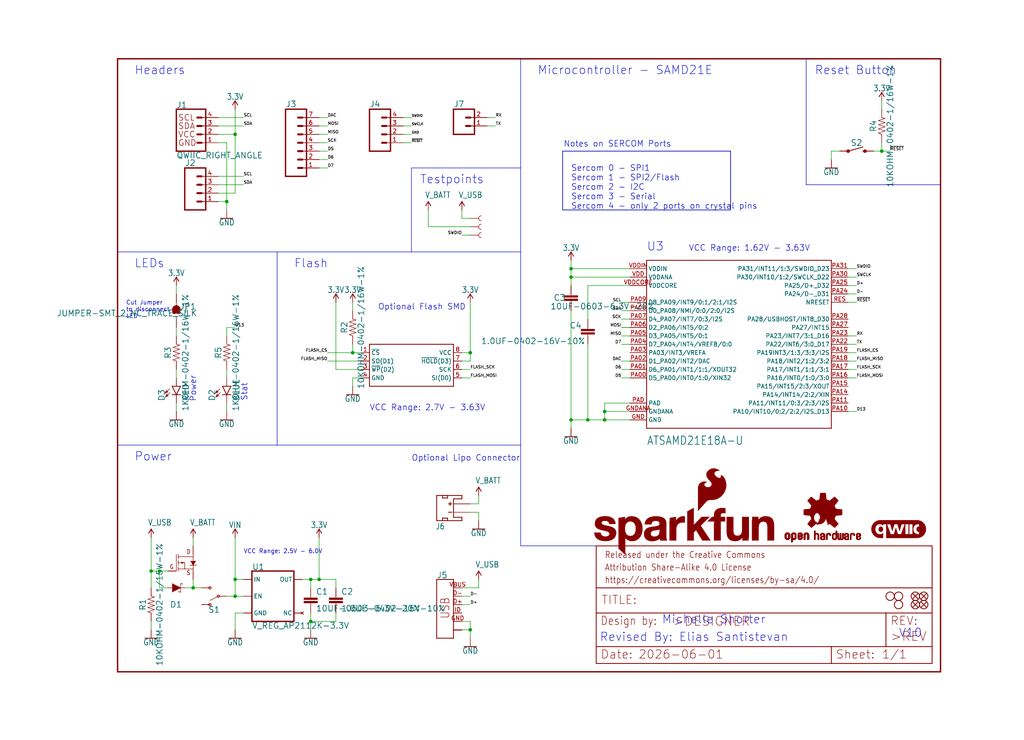
<source format=kicad_sch>
(kicad_sch (version 20230121) (generator eeschema)
  (paper "User" 309.728 223.926)
  (lib_symbols
    (symbol "working-eagle-import:1.0UF-0402-16V-10%"
      (property "Reference" "C" (at 1.524 2.921 0))
      (symbol "1.0UF-0402-16V-10%_1_0"
        (pin passive line (at 0 5.08 270) (length 2.54) (name "1") (number "1"))
        (pin passive line (at 0 -2.54 90) (length 2.54) (name "2") (number "2"))
      )
    )
    (symbol "working-eagle-import:10KOHM-0402-1/16W-1%"
      (property "Reference" "R" (at 0 1.524 0))
      (symbol "10KOHM-0402-1/16W-1%_1_0"
        (pin passive line (at -5.08 0 0) (length 2.54) (name "1") (number "1"))
        (pin passive line (at 5.08 0 180) (length 2.54) (name "2") (number "2"))
      )
    )
    (symbol "working-eagle-import:10UF-0603-6.3V-20%"
      (property "Reference" "C" (at 1.524 2.921 0))
      (symbol "10UF-0603-6.3V-20%_1_0"
        (pin passive line (at 0 5.08 270) (length 2.54) (name "1") (number "1"))
        (pin passive line (at 0 -2.54 90) (length 2.54) (name "2") (number "2"))
      )
    )
    (symbol "working-eagle-import:1KOHM-0402-1/16W-1%"
      (property "Reference" "R" (at 0 1.524 0))
      (symbol "1KOHM-0402-1/16W-1%_1_0"
        (pin passive line (at -5.08 0 0) (length 2.54) (name "1") (number "1"))
        (pin passive line (at 5.08 0 180) (length 2.54) (name "2") (number "2"))
      )
    )
    (symbol "working-eagle-import:3.3V" (power)
      (property "Value" "3.3V" (at 0 2.794 0))
      (symbol "3.3V_1_0"
        (pin power_in line (at 0 0 90) (length 2.54) (name "3.3V") (number "1"))
      )
    )
    (symbol "working-eagle-import:ATSAMD21E18A-U"
      (property "Reference" "U" (at -27.94 27.94 0))
      (symbol "ATSAMD21E18A-U_1_0"
        (pin power_in line (at -33.02 -22.86 0) (length 5.08) (name "GND") (number "GND"))
        (pin power_in line (at -33.02 -20.32 0) (length 5.08) (name "GNDANA") (number "GNDANA"))
        (pin bidirectional line (at -33.02 -10.16 0) (length 5.08) (name "D5_PA00/INT0/1:0/XIN32") (number "PA00"))
        (pin bidirectional line (at -33.02 -7.62 0) (length 5.08) (name "D6_PA01/INT1/1:1/XOUT32") (number "PA01"))
        (pin bidirectional line (at -33.02 -5.08 0) (length 5.08) (name "D1_PA02/INT2/DAC") (number "PA02"))
        (pin bidirectional line (at -33.02 -2.54 0) (length 5.08) (name "PA03/INT3/VREFA") (number "PA03"))
        (pin bidirectional line (at -33.02 0 0) (length 5.08) (name "D7_PA04/INT4/VREFB/0:0") (number "PA04"))
        (pin bidirectional line (at -33.02 2.54 0) (length 5.08) (name "D3_PA05/INT5/0:1") (number "PA05"))
        (pin bidirectional line (at -33.02 5.08 0) (length 5.08) (name "D2_PA06/INT5/0:2") (number "PA06"))
        (pin bidirectional line (at -33.02 7.62 0) (length 5.08) (name "D4_PA07/INT7/0:3/I2S") (number "PA07"))
        (pin bidirectional line (at -33.02 10.16 0) (length 5.08) (name "D0_PA08/NMI/0:0/2:0/I2S") (number "PA08"))
        (pin bidirectional line (at -33.02 12.7 0) (length 5.08) (name "D8_PA09/INT9/0:1/2:1/I2S") (number "PA09"))
        (pin bidirectional line (at 33.02 -20.32 180) (length 5.08) (name "PA10/INT10/0:2/2:2/I2S_D13") (number "PA10"))
        (pin bidirectional line (at 33.02 -17.78 180) (length 5.08) (name "PA11/INT11/0:3/2:3/I2S") (number "PA11"))
        (pin bidirectional line (at 33.02 -15.24 180) (length 5.08) (name "PA14/INT14/2:2/XIN") (number "PA14"))
        (pin bidirectional line (at 33.02 -12.7 180) (length 5.08) (name "PA15/INT15/2:3/XOUT") (number "PA15"))
        (pin bidirectional line (at 33.02 -10.16 180) (length 5.08) (name "PA16/INT0/1:0/3:0") (number "PA16"))
        (pin bidirectional line (at 33.02 -7.62 180) (length 5.08) (name "PA17/INT1/1:1/3:1") (number "PA17"))
        (pin bidirectional line (at 33.02 -5.08 180) (length 5.08) (name "PA18/INT2/1:2/3:2") (number "PA18"))
        (pin bidirectional line (at 33.02 -2.54 180) (length 5.08) (name "PA19INT3/1:3/3:3/I2S") (number "PA19"))
        (pin bidirectional line (at 33.02 0 180) (length 5.08) (name "PA22/INT6/3:0_D17") (number "PA22"))
        (pin bidirectional line (at 33.02 2.54 180) (length 5.08) (name "PA23/INT7/3:1_D16") (number "PA23"))
        (pin bidirectional line (at 33.02 15.24 180) (length 5.08) (name "PA24/D-_D31") (number "PA24"))
        (pin bidirectional line (at 33.02 17.78 180) (length 5.08) (name "PA25/D+_D32") (number "PA25"))
        (pin bidirectional line (at 33.02 5.08 180) (length 5.08) (name "PA27/INT15") (number "PA27"))
        (pin bidirectional line (at 33.02 7.62 180) (length 5.08) (name "PA28/USBHOST/INT8_D30") (number "PA28"))
        (pin bidirectional line (at 33.02 20.32 180) (length 5.08) (name "PA30/INT10/1:2/SWCLK_D22") (number "PA30"))
        (pin bidirectional line (at 33.02 22.86 180) (length 5.08) (name "PA31/INT11/1:3/SWDIO_D23") (number "PA31"))
        (pin power_in line (at -33.02 -17.78 0) (length 5.08) (name "PAD") (number "PAD"))
        (pin bidirectional line (at 33.02 12.7 180) (length 5.08) (name "NRESET") (number "RES"))
        (pin power_in line (at -33.02 20.32 0) (length 5.08) (name "VDDANA") (number "VDD"))
        (pin power_in line (at -33.02 17.78 0) (length 5.08) (name "VDDCORE") (number "VDDCORE"))
        (pin power_in line (at -33.02 22.86 0) (length 5.08) (name "VDDIN") (number "VDDIN"))
      )
    )
    (symbol "working-eagle-import:CONN_021X02_NO_SILK"
      (property "Reference" "J" (at -2.54 5.588 0))
      (symbol "CONN_021X02_NO_SILK_1_0"
        (pin passive line (at 7.62 0 180) (length 5.08) (name "1") (number "1"))
        (pin passive line (at 7.62 2.54 180) (length 5.08) (name "2") (number "2"))
      )
    )
    (symbol "working-eagle-import:CONN_041.27MM_NO_SILK"
      (property "Reference" "J" (at -5.08 8.128 0))
      (symbol "CONN_041.27MM_NO_SILK_1_0"
        (pin passive line (at 5.08 -2.54 180) (length 5.08) (name "1") (number "1"))
        (pin passive line (at 5.08 0 180) (length 5.08) (name "2") (number "2"))
        (pin passive line (at 5.08 2.54 180) (length 5.08) (name "3") (number "3"))
        (pin passive line (at 5.08 5.08 180) (length 5.08) (name "4") (number "4"))
      )
    )
    (symbol "working-eagle-import:CONN_041X04_NO_SILK"
      (property "Reference" "J" (at -5.08 8.128 0))
      (symbol "CONN_041X04_NO_SILK_1_0"
        (pin passive line (at 5.08 -2.54 180) (length 5.08) (name "1") (number "1"))
        (pin passive line (at 5.08 0 180) (length 5.08) (name "2") (number "2"))
        (pin passive line (at 5.08 2.54 180) (length 5.08) (name "3") (number "3"))
        (pin passive line (at 5.08 5.08 180) (length 5.08) (name "4") (number "4"))
      )
    )
    (symbol "working-eagle-import:CONN_07NO_SILK"
      (property "Reference" "J" (at -5.08 13.208 0))
      (symbol "CONN_07NO_SILK_1_0"
        (pin passive line (at 5.08 -5.08 180) (length 5.08) (name "1") (number "1"))
        (pin passive line (at 5.08 -2.54 180) (length 5.08) (name "2") (number "2"))
        (pin passive line (at 5.08 0 180) (length 5.08) (name "3") (number "3"))
        (pin passive line (at 5.08 2.54 180) (length 5.08) (name "4") (number "4"))
        (pin passive line (at 5.08 5.08 180) (length 5.08) (name "5") (number "5"))
        (pin passive line (at 5.08 7.62 180) (length 5.08) (name "6") (number "6"))
        (pin passive line (at 5.08 10.16 180) (length 5.08) (name "7") (number "7"))
      )
    )
    (symbol "working-eagle-import:DIODE-SCHOTTKY-BAT20J"
      (property "Reference" "D" (at -2.54 2.032 0))
      (symbol "DIODE-SCHOTTKY-BAT20J_1_0"
        (pin passive line (at -2.54 0 0) (length 0) (name "A") (number "A"))
        (pin passive line (at 2.54 0 180) (length 0) (name "C") (number "C"))
      )
    )
    (symbol "working-eagle-import:FIDUCIALUFIDUCIAL")
    (symbol "working-eagle-import:FRAME-LETTER"
      (symbol "FRAME-LETTER_2_0"
        (text "${#}/${##}" (at 86.36 1.27 0) (effects (font (size 2.54 2.54)) (justify left bottom)))
        (text "${CURRENT_DATE}" (at 12.7 1.27 0) (effects (font (size 2.54 2.54)) (justify left bottom)))
        (text "${PROJECTNAME}" (at 15.494 17.78 0) (effects (font (size 2.7432 2.7432)) (justify left bottom)))
        (text ">DESIGNER" (at 23.114 11.176 0) (effects (font (size 2.7432 2.7432)) (justify left bottom)))
        (text ">REV" (at 88.9 6.604 0) (effects (font (size 2.7432 2.7432)) (justify left bottom)))
        (text "Attribution Share-Alike 4.0 License" (at 2.54 27.94 0) (effects (font (size 1.9304 1.6408)) (justify left bottom)))
        (text "Date:" (at 1.27 1.27 0) (effects (font (size 2.54 2.54)) (justify left bottom)))
        (text "Design by:" (at 1.27 11.43 0) (effects (font (size 2.54 2.159)) (justify left bottom)))
        (text "https://creativecommons.org/licenses/by-sa/4.0/" (at 2.54 24.13 0) (effects (font (size 1.9304 1.6408)) (justify left bottom)))
        (text "Released under the Creative Commons" (at 2.54 31.75 0) (effects (font (size 1.9304 1.6408)) (justify left bottom)))
        (text "REV:" (at 88.9 11.43 0) (effects (font (size 2.54 2.54)) (justify left bottom)))
        (text "Sheet:" (at 72.39 1.27 0) (effects (font (size 2.54 2.54)) (justify left bottom)))
        (text "TITLE:" (at 1.524 17.78 0) (effects (font (size 2.54 2.54)) (justify left bottom)))
      )
    )
    (symbol "working-eagle-import:GND" (power)
      (property "Value" "GND" (at 0 -0.254 0))
      (symbol "GND_1_0"
        (pin power_in line (at 0 2.54 270) (length 2.54) (name "GND") (number "1"))
      )
    )
    (symbol "working-eagle-import:JST_2MM_MALE"
      (property "Reference" "J" (at -2.54 5.842 0))
      (symbol "JST_2MM_MALE_1_0"
        (pin bidirectional line (at 0 -5.08 90) (length 5.08) (name "-") (number "1"))
        (pin bidirectional line (at 2.54 -5.08 90) (length 5.08) (name "+") (number "2"))
        (pin bidirectional line (at -2.54 2.54 90) (length 0) (name "PAD1") (number "NC1"))
        (pin bidirectional line (at 5.08 2.54 90) (length 0) (name "PAD2") (number "NC2"))
      )
    )
    (symbol "working-eagle-import:JUMPER-SMT_2_NC_TRACE_SILK"
      (property "Reference" "JP" (at -2.54 2.54 0))
      (symbol "JUMPER-SMT_2_NC_TRACE_SILK_1_0"
        (pin passive line (at -5.08 0 0) (length 2.54) (name "1") (number "1"))
        (pin passive line (at 5.08 0 180) (length 2.54) (name "2") (number "2"))
      )
    )
    (symbol "working-eagle-import:LED-BLUE0603"
      (property "Reference" "D" (at -3.429 -4.572 90))
      (symbol "LED-BLUE0603_1_0"
        (pin passive line (at 0 2.54 270) (length 2.54) (name "A") (number "A"))
        (pin passive line (at 0 -5.08 90) (length 2.54) (name "C") (number "C"))
      )
    )
    (symbol "working-eagle-import:LED-RED0603"
      (property "Reference" "D" (at -3.429 -4.572 90))
      (symbol "LED-RED0603_1_0"
        (pin passive line (at 0 2.54 270) (length 2.54) (name "A") (number "A"))
        (pin passive line (at 0 -5.08 90) (length 2.54) (name "C") (number "C"))
      )
    )
    (symbol "working-eagle-import:MOMENTARY-SWITCH-SPST-SMD-4.6X2.8MM"
      (property "Reference" "S" (at 0 1.524 0))
      (symbol "MOMENTARY-SWITCH-SPST-SMD-4.6X2.8MM_1_0"
        (pin passive line (at -5.08 0 0) (length 2.54) (name "1") (number "1"))
        (pin passive line (at -5.08 0 0) (length 2.54) (name "1") (number "2"))
        (pin passive line (at 5.08 0 180) (length 2.54) (name "2") (number "3"))
        (pin passive line (at 5.08 0 180) (length 2.54) (name "2") (number "4"))
      )
    )
    (symbol "working-eagle-import:MOSFET_PCH-DMG2307L"
      (property "Reference" "Q" (at 5.08 0 0))
      (symbol "MOSFET_PCH-DMG2307L_1_0"
        (text "D" (at 0.508 2.54 0) (effects (font (size 1.27 1.0795)) (justify left bottom)))
        (text "G" (at -3.302 -0.508 0) (effects (font (size 1.27 1.0795)) (justify right top)))
        (text "S" (at 0.508 -3.81 0) (effects (font (size 1.27 1.0795)) (justify left bottom)))
        (pin bidirectional line (at -5.08 -2.54 0) (length 2.54) (name "G") (number "1"))
        (pin bidirectional line (at 2.54 -5.08 90) (length 2.54) (name "S") (number "2"))
        (pin bidirectional line (at 2.54 5.08 270) (length 2.54) (name "D") (number "3"))
      )
    )
    (symbol "working-eagle-import:OSHW-LOGOS")
    (symbol "working-eagle-import:QWIIC_CONNECTORJS-1MM"
      (property "Reference" "J" (at -5.08 7.874 0))
      (symbol "QWIIC_CONNECTORJS-1MM_1_0"
        (text "GND" (at -4.572 -2.54 0) (effects (font (size 1.778 1.778)) (justify left)))
        (text "SCL" (at -4.572 5.08 0) (effects (font (size 1.778 1.778)) (justify left)))
        (text "SDA" (at -4.572 2.54 0) (effects (font (size 1.778 1.778)) (justify left)))
        (text "VCC" (at -4.572 0 0) (effects (font (size 1.778 1.778)) (justify left)))
        (pin power_in line (at 7.62 -2.54 180) (length 5.08) (name "1") (number "1"))
        (pin power_in line (at 7.62 0 180) (length 5.08) (name "2") (number "2"))
        (pin passive line (at 7.62 2.54 180) (length 5.08) (name "3") (number "3"))
        (pin passive line (at 7.62 5.08 180) (length 5.08) (name "4") (number "4"))
      )
    )
    (symbol "working-eagle-import:QWIIC_LOGO_3MM")
    (symbol "working-eagle-import:SFE_LOGO_FLAME.2_INCH")
    (symbol "working-eagle-import:SFE_LOGO_NAME.1_INCH")
    (symbol "working-eagle-import:STAND-OFF")
    (symbol "working-eagle-import:SWITCH-SPDT-SMD-RIGHT-ANGLE"
      (property "Reference" "S" (at 1.27 3.048 0))
      (symbol "SWITCH-SPDT-SMD-RIGHT-ANGLE_1_0"
        (pin passive line (at 5.08 2.54 180) (length 2.54) (name "O") (number "1"))
        (pin passive line (at -2.54 0 0) (length 2.54) (name "P") (number "2"))
        (pin passive line (at 5.08 -2.54 180) (length 2.54) (name "S") (number "3"))
      )
    )
    (symbol "working-eagle-import:TEST-POINTTP_15TH_THRU"
      (symbol "TEST-POINTTP_15TH_THRU_1_0"
        (pin bidirectional line (at 0 0 180) (length 0) (name "1") (number "P$1"))
      )
    )
    (symbol "working-eagle-import:USB_MICRO-B_HALF_PTH_MILL"
      (property "Reference" "J" (at -2.54 10.414 0))
      (symbol "USB_MICRO-B_HALF_PTH_MILL_1_0"
        (text "USB" (at 0 1.524 900) (effects (font (size 2.54 2.159))))
        (pin bidirectional line (at 5.08 2.54 180) (length 2.54) (name "D+") (number "D+"))
        (pin bidirectional line (at 5.08 5.08 180) (length 2.54) (name "D-") (number "D-"))
        (pin power_in line (at 5.08 -2.54 180) (length 2.54) (name "GND") (number "GND"))
        (pin bidirectional line (at 5.08 0 180) (length 2.54) (name "ID") (number "ID"))
        (pin bidirectional line (at 5.08 -5.08 180) (length 2.54) (name "SHIELD") (number "SHIELD"))
        (pin bidirectional line (at 5.08 -5.08 180) (length 2.54) (name "SHIELD") (number "SHIELD10"))
        (pin bidirectional line (at 5.08 -5.08 180) (length 2.54) (name "SHIELD") (number "SHIELD2"))
        (pin bidirectional line (at 5.08 -5.08 180) (length 2.54) (name "SHIELD") (number "SHIELD3"))
        (pin bidirectional line (at 5.08 -5.08 180) (length 2.54) (name "SHIELD") (number "SHIELD4"))
        (pin bidirectional line (at 5.08 -5.08 180) (length 2.54) (name "SHIELD") (number "SHIELD5"))
        (pin bidirectional line (at 5.08 -5.08 180) (length 2.54) (name "SHIELD") (number "SHIELD6"))
        (pin bidirectional line (at 5.08 -5.08 180) (length 2.54) (name "SHIELD") (number "SHIELD7"))
        (pin bidirectional line (at 5.08 -5.08 180) (length 2.54) (name "SHIELD") (number "SHIELD8"))
        (pin bidirectional line (at 5.08 -5.08 180) (length 2.54) (name "SHIELD") (number "SHIELD9"))
        (pin power_in line (at 5.08 7.62 180) (length 2.54) (name "VBUS") (number "VBUS"))
      )
    )
    (symbol "working-eagle-import:VIN" (power)
      (property "Value" "VIN" (at 0 2.794 0))
      (symbol "VIN_1_0"
        (pin power_in line (at 0 0 90) (length 2.54) (name "VIN") (number "1"))
      )
    )
    (symbol "working-eagle-import:V_BATT" (power)
      (property "Value" "V_BATT" (at 0 2.794 0))
      (symbol "V_BATT_1_0"
        (pin power_in line (at 0 0 90) (length 2.54) (name "V_BATT") (number "1"))
      )
    )
    (symbol "working-eagle-import:V_REG_AP2112K-3.3V"
      (property "Reference" "U" (at -7.62 7.874 0))
      (symbol "V_REG_AP2112K-3.3V_1_0"
        (pin input line (at -10.16 5.08 0) (length 2.54) (name "IN") (number "1"))
        (pin input line (at -10.16 -5.08 0) (length 2.54) (name "GND") (number "2"))
        (pin input line (at -10.16 0 0) (length 2.54) (name "EN") (number "3"))
        (pin no_connect line (at 7.62 -5.08 180) (length 2.54) (name "NC") (number "4"))
        (pin passive line (at 7.62 5.08 180) (length 2.54) (name "OUT") (number "5"))
      )
    )
    (symbol "working-eagle-import:V_USB" (power)
      (property "Value" "V_USB" (at 0 2.794 0))
      (symbol "V_USB_1_0"
        (pin power_in line (at 0 0 90) (length 2.54) (name "V_USB") (number "1"))
      )
    )
    (symbol "working-eagle-import:W25Q32FVSS"
      (symbol "W25Q32FVSS_1_0"
        (pin bidirectional line (at -15.24 2.54 0) (length 2.54) (name "~{CS}") (number "1"))
        (pin bidirectional line (at -15.24 0 0) (length 2.54) (name "SO(D1)") (number "2"))
        (pin bidirectional line (at -15.24 -2.54 0) (length 2.54) (name "~{WP}(D2)") (number "3"))
        (pin bidirectional line (at -15.24 -5.08 0) (length 2.54) (name "GND") (number "4"))
        (pin bidirectional line (at 15.24 -5.08 180) (length 2.54) (name "SI(D0)") (number "5"))
        (pin bidirectional line (at 15.24 -2.54 180) (length 2.54) (name "SCK") (number "6"))
        (pin bidirectional line (at 15.24 0 180) (length 2.54) (name "~{HOLD}(D3)") (number "7"))
        (pin bidirectional line (at 15.24 2.54 180) (length 2.54) (name "VCC") (number "8"))
      )
    )
  )
  (junction (at 96.52 175.26))
  (junction (at 48.26 172.72))
  (junction (at 93.98 175.26))
  (junction (at 172.72 83.82))
  (junction (at 142.24 190.5))
  (junction (at 71.12 40.64))
  (junction (at 182.88 124.46))
  (junction (at 68.58 60.96))
  (junction (at 182.88 127))
  (junction (at 71.12 180.34))
  (junction (at 71.12 175.26))
  (junction (at 58.42 177.8))
  (junction (at 142.24 106.68))
  (junction (at 172.72 81.28))
  (junction (at 172.72 127))
  (junction (at 177.8 127))
  (junction (at 106.68 106.68))
  (junction (at 93.98 187.96))
  (junction (at 266.7 45.72))
  (junction (at 45.72 172.72))
  (wire (pts (xy 96.52 175.26) (xy 93.98 175.26)) (stroke (width 0.1524)))
  (wire (pts (xy 190.5 91.44) (xy 187.96 91.44)) (stroke (width 0.1524)))
  (wire (pts (xy 96.52 40.64) (xy 99.06 40.64)) (stroke (width 0.1524)))
  (wire (pts (xy 101.6 111.76) (xy 101.6 91.44)) (stroke (width 0.1524)))
  (wire (pts (xy 142.24 109.22) (xy 142.24 106.68)) (stroke (width 0.1524)))
  (wire (pts (xy 96.52 43.18) (xy 99.06 43.18)) (stroke (width 0.1524)))
  (wire (pts (xy 190.5 99.06) (xy 187.96 99.06)) (stroke (width 0.2032)))
  (wire (pts (xy 58.42 162.56) (xy 58.42 165.1)) (stroke (width 0.1524)))
  (wire (pts (xy 101.6 175.26) (xy 96.52 175.26)) (stroke (width 0.1524)))
  (wire (pts (xy 109.22 106.68) (xy 106.68 106.68)) (stroke (width 0.1524)))
  (wire (pts (xy 177.8 104.14) (xy 177.8 127)) (stroke (width 0.1524)))
  (wire (pts (xy 53.34 121.92) (xy 53.34 124.46)) (stroke (width 0.1524)))
  (wire (pts (xy 139.7 111.76) (xy 142.24 111.76)) (stroke (width 0.1524)))
  (wire (pts (xy 139.7 187.96) (xy 142.24 187.96)) (stroke (width 0.1524)))
  (wire (pts (xy 109.22 111.76) (xy 101.6 111.76)) (stroke (width 0.1524)))
  (wire (pts (xy 68.58 60.96) (xy 68.58 63.5)) (stroke (width 0.1524)))
  (wire (pts (xy 121.92 38.1) (xy 124.46 38.1)) (stroke (width 0.1524)))
  (wire (pts (xy 172.72 127) (xy 172.72 93.98)) (stroke (width 0.1524)))
  (polyline (pts (xy 220.98 45.72) (xy 220.98 63.5)) (stroke (width 0.2032) (type solid)))
  (polyline (pts (xy 220.98 63.5) (xy 170.18 63.5)) (stroke (width 0.2032) (type solid)))
  (wire (pts (xy 66.04 55.88) (xy 73.66 55.88)) (stroke (width 0.1524)))
  (wire (pts (xy 58.42 177.8) (xy 60.96 177.8)) (stroke (width 0.1524)))
  (wire (pts (xy 266.7 33.02) (xy 266.7 30.48)) (stroke (width 0.1524)))
  (wire (pts (xy 190.5 83.82) (xy 172.72 83.82)) (stroke (width 0.1524)))
  (wire (pts (xy 190.5 111.76) (xy 187.96 111.76)) (stroke (width 0.1524)))
  (wire (pts (xy 45.72 190.5) (xy 45.72 187.96)) (stroke (width 0.1524)))
  (wire (pts (xy 101.6 185.42) (xy 101.6 187.96)) (stroke (width 0.1524)))
  (wire (pts (xy 172.72 81.28) (xy 172.72 78.74)) (stroke (width 0.1524)))
  (wire (pts (xy 106.68 106.68) (xy 99.06 106.68)) (stroke (width 0.1524)))
  (polyline (pts (xy 170.18 45.72) (xy 220.98 45.72)) (stroke (width 0.2032) (type solid)))
  (wire (pts (xy 139.7 190.5) (xy 142.24 190.5)) (stroke (width 0.1524)))
  (wire (pts (xy 142.24 106.68) (xy 142.24 91.44)) (stroke (width 0.1524)))
  (wire (pts (xy 71.12 58.42) (xy 71.12 40.64)) (stroke (width 0.1524)))
  (polyline (pts (xy 157.48 76.2) (xy 157.48 50.8)) (stroke (width 0.1524) (type solid)))
  (wire (pts (xy 48.26 177.8) (xy 50.8 177.8)) (stroke (width 0.1524)))
  (wire (pts (xy 101.6 187.96) (xy 93.98 187.96)) (stroke (width 0.1524)))
  (wire (pts (xy 139.7 106.68) (xy 142.24 106.68)) (stroke (width 0.1524)))
  (wire (pts (xy 139.7 66.04) (xy 139.7 63.5)) (stroke (width 0.1524)))
  (wire (pts (xy 190.5 93.98) (xy 187.96 93.98)) (stroke (width 0.1524)))
  (wire (pts (xy 172.72 86.36) (xy 172.72 83.82)) (stroke (width 0.1524)))
  (wire (pts (xy 73.66 185.42) (xy 71.12 185.42)) (stroke (width 0.1524)))
  (wire (pts (xy 71.12 180.34) (xy 71.12 175.26)) (stroke (width 0.1524)))
  (polyline (pts (xy 83.82 76.2) (xy 83.82 134.62)) (stroke (width 0.1524) (type solid)))
  (wire (pts (xy 53.34 111.76) (xy 53.34 114.3)) (stroke (width 0.1524)))
  (wire (pts (xy 106.68 104.14) (xy 106.68 106.68)) (stroke (width 0.1524)))
  (wire (pts (xy 144.78 152.4) (xy 144.78 149.86)) (stroke (width 0.1524)))
  (wire (pts (xy 66.04 60.96) (xy 68.58 60.96)) (stroke (width 0.1524)))
  (wire (pts (xy 66.04 38.1) (xy 73.66 38.1)) (stroke (width 0.1524)))
  (wire (pts (xy 256.54 91.44) (xy 259.08 91.44)) (stroke (width 0.1524)))
  (wire (pts (xy 142.24 71.12) (xy 139.7 71.12)) (stroke (width 0.1524)))
  (wire (pts (xy 142.24 190.5) (xy 142.24 193.04)) (stroke (width 0.1524)))
  (wire (pts (xy 256.54 81.28) (xy 259.08 81.28)) (stroke (width 0.1524)))
  (wire (pts (xy 109.22 114.3) (xy 106.68 114.3)) (stroke (width 0.1524)))
  (polyline (pts (xy 124.46 76.2) (xy 124.46 50.8)) (stroke (width 0.1524) (type solid)))
  (wire (pts (xy 264.16 45.72) (xy 266.7 45.72)) (stroke (width 0.1524)))
  (wire (pts (xy 93.98 177.8) (xy 93.98 175.26)) (stroke (width 0.1524)))
  (wire (pts (xy 144.78 154.94) (xy 144.78 157.48)) (stroke (width 0.1524)))
  (wire (pts (xy 177.8 127) (xy 172.72 127)) (stroke (width 0.1524)))
  (wire (pts (xy 190.5 101.6) (xy 187.96 101.6)) (stroke (width 0.1524)))
  (wire (pts (xy 254 45.72) (xy 251.46 45.72)) (stroke (width 0.1524)))
  (wire (pts (xy 66.04 43.18) (xy 68.58 43.18)) (stroke (width 0.1524)))
  (wire (pts (xy 147.32 38.1) (xy 149.86 38.1)) (stroke (width 0.1524)))
  (wire (pts (xy 93.98 187.96) (xy 93.98 190.5)) (stroke (width 0.1524)))
  (wire (pts (xy 172.72 83.82) (xy 172.72 81.28)) (stroke (width 0.1524)))
  (wire (pts (xy 45.72 177.8) (xy 45.72 172.72)) (stroke (width 0.1524)))
  (wire (pts (xy 190.5 96.52) (xy 187.96 96.52)) (stroke (width 0.1524)))
  (wire (pts (xy 71.12 175.26) (xy 71.12 162.56)) (stroke (width 0.1524)))
  (wire (pts (xy 73.66 175.26) (xy 71.12 175.26)) (stroke (width 0.1524)))
  (wire (pts (xy 96.52 175.26) (xy 96.52 162.56)) (stroke (width 0.1524)))
  (wire (pts (xy 53.34 86.36) (xy 53.34 88.9)) (stroke (width 0.1524)))
  (wire (pts (xy 142.24 68.58) (xy 129.54 68.58)) (stroke (width 0.1524)))
  (wire (pts (xy 71.12 185.42) (xy 71.12 190.5)) (stroke (width 0.1524)))
  (wire (pts (xy 256.54 109.22) (xy 259.08 109.22)) (stroke (width 0.1524)))
  (wire (pts (xy 139.7 114.3) (xy 142.24 114.3)) (stroke (width 0.1524)))
  (wire (pts (xy 68.58 114.3) (xy 68.58 111.76)) (stroke (width 0.1524)))
  (wire (pts (xy 256.54 101.6) (xy 259.08 101.6)) (stroke (width 0.1524)))
  (wire (pts (xy 66.04 53.34) (xy 73.66 53.34)) (stroke (width 0.1524)))
  (wire (pts (xy 256.54 86.36) (xy 259.08 86.36)) (stroke (width 0.1524)))
  (wire (pts (xy 121.92 43.18) (xy 124.46 43.18)) (stroke (width 0.1524)))
  (wire (pts (xy 45.72 162.56) (xy 45.72 172.72)) (stroke (width 0.1524)))
  (wire (pts (xy 142.24 152.4) (xy 144.78 152.4)) (stroke (width 0.1524)))
  (wire (pts (xy 71.12 40.64) (xy 71.12 33.02)) (stroke (width 0.1524)))
  (polyline (pts (xy 243.84 17.78) (xy 243.84 55.88)) (stroke (width 0.1524) (type solid)))
  (wire (pts (xy 68.58 43.18) (xy 68.58 60.96)) (stroke (width 0.1524)))
  (wire (pts (xy 139.7 182.88) (xy 142.24 182.88)) (stroke (width 0.1524)))
  (polyline (pts (xy 124.46 50.8) (xy 157.48 50.8)) (stroke (width 0.1524) (type solid)))
  (wire (pts (xy 142.24 187.96) (xy 142.24 190.5)) (stroke (width 0.1524)))
  (wire (pts (xy 142.24 154.94) (xy 144.78 154.94)) (stroke (width 0.1524)))
  (wire (pts (xy 96.52 50.8) (xy 99.06 50.8)) (stroke (width 0.1524)))
  (wire (pts (xy 93.98 185.42) (xy 93.98 187.96)) (stroke (width 0.1524)))
  (wire (pts (xy 139.7 180.34) (xy 142.24 180.34)) (stroke (width 0.1524)))
  (polyline (pts (xy 35.56 134.62) (xy 83.82 134.62)) (stroke (width 0.1524) (type solid)))
  (wire (pts (xy 109.22 109.22) (xy 99.06 109.22)) (stroke (width 0.1524)))
  (polyline (pts (xy 180.34 165.1) (xy 157.48 165.1)) (stroke (width 0.1524) (type solid)))
  (wire (pts (xy 190.5 109.22) (xy 187.96 109.22)) (stroke (width 0.1524)))
  (polyline (pts (xy 157.48 165.1) (xy 157.48 134.62)) (stroke (width 0.1524) (type solid)))
  (wire (pts (xy 147.32 35.56) (xy 149.86 35.56)) (stroke (width 0.1524)))
  (polyline (pts (xy 157.48 50.8) (xy 157.48 17.78)) (stroke (width 0.1524) (type solid)))
  (wire (pts (xy 139.7 109.22) (xy 142.24 109.22)) (stroke (width 0.1524)))
  (wire (pts (xy 68.58 99.06) (xy 71.12 99.06)) (stroke (width 0.1524)))
  (wire (pts (xy 266.7 43.18) (xy 266.7 45.72)) (stroke (width 0.1524)))
  (wire (pts (xy 190.5 127) (xy 182.88 127)) (stroke (width 0.1524)))
  (wire (pts (xy 172.72 129.54) (xy 172.72 127)) (stroke (width 0.1524)))
  (wire (pts (xy 106.68 114.3) (xy 106.68 116.84)) (stroke (width 0.1524)))
  (wire (pts (xy 121.92 40.64) (xy 124.46 40.64)) (stroke (width 0.1524)))
  (wire (pts (xy 129.54 68.58) (xy 129.54 63.5)) (stroke (width 0.1524)))
  (wire (pts (xy 256.54 104.14) (xy 259.08 104.14)) (stroke (width 0.1524)))
  (wire (pts (xy 266.7 45.72) (xy 269.24 45.72)) (stroke (width 0.1524)))
  (wire (pts (xy 66.04 40.64) (xy 71.12 40.64)) (stroke (width 0.1524)))
  (wire (pts (xy 66.04 35.56) (xy 73.66 35.56)) (stroke (width 0.1524)))
  (wire (pts (xy 96.52 48.26) (xy 99.06 48.26)) (stroke (width 0.1524)))
  (wire (pts (xy 68.58 180.34) (xy 71.12 180.34)) (stroke (width 0.1524)))
  (wire (pts (xy 177.8 86.36) (xy 177.8 96.52)) (stroke (width 0.1524)))
  (wire (pts (xy 190.5 124.46) (xy 182.88 124.46)) (stroke (width 0.1524)))
  (polyline (pts (xy 170.18 63.5) (xy 170.18 45.72)) (stroke (width 0.2032) (type solid)))
  (wire (pts (xy 66.04 58.42) (xy 71.12 58.42)) (stroke (width 0.1524)))
  (polyline (pts (xy 243.84 55.88) (xy 284.48 55.88)) (stroke (width 0.1524) (type solid)))
  (wire (pts (xy 144.78 177.8) (xy 144.78 175.26)) (stroke (width 0.1524)))
  (wire (pts (xy 48.26 172.72) (xy 48.26 177.8)) (stroke (width 0.1524)))
  (wire (pts (xy 96.52 35.56) (xy 99.06 35.56)) (stroke (width 0.1524)))
  (wire (pts (xy 182.88 124.46) (xy 182.88 127)) (stroke (width 0.1524)))
  (wire (pts (xy 256.54 83.82) (xy 259.08 83.82)) (stroke (width 0.1524)))
  (wire (pts (xy 190.5 104.14) (xy 187.96 104.14)) (stroke (width 0.1524)))
  (wire (pts (xy 256.54 111.76) (xy 259.08 111.76)) (stroke (width 0.1524)))
  (wire (pts (xy 256.54 124.46) (xy 259.08 124.46)) (stroke (width 0.1524)))
  (wire (pts (xy 96.52 45.72) (xy 99.06 45.72)) (stroke (width 0.1524)))
  (wire (pts (xy 190.5 81.28) (xy 172.72 81.28)) (stroke (width 0.1524)))
  (wire (pts (xy 48.26 172.72) (xy 45.72 172.72)) (stroke (width 0.1524)))
  (polyline (pts (xy 83.82 76.2) (xy 124.46 76.2)) (stroke (width 0.1524) (type solid)))
  (wire (pts (xy 106.68 93.98) (xy 106.68 91.44)) (stroke (width 0.1524)))
  (wire (pts (xy 142.24 66.04) (xy 139.7 66.04)) (stroke (width 0.1524)))
  (polyline (pts (xy 124.46 76.2) (xy 157.48 76.2)) (stroke (width 0.1524) (type solid)))
  (wire (pts (xy 50.8 172.72) (xy 48.26 172.72)) (stroke (width 0.1524)))
  (wire (pts (xy 91.44 175.26) (xy 93.98 175.26)) (stroke (width 0.1524)))
  (wire (pts (xy 251.46 45.72) (xy 251.46 48.26)) (stroke (width 0.1524)))
  (wire (pts (xy 256.54 106.68) (xy 259.08 106.68)) (stroke (width 0.1524)))
  (wire (pts (xy 53.34 99.06) (xy 53.34 101.6)) (stroke (width 0.1524)))
  (wire (pts (xy 58.42 175.26) (xy 58.42 177.8)) (stroke (width 0.1524)))
  (wire (pts (xy 96.52 38.1) (xy 99.06 38.1)) (stroke (width 0.1524)))
  (wire (pts (xy 182.88 121.92) (xy 182.88 124.46)) (stroke (width 0.1524)))
  (wire (pts (xy 190.5 114.3) (xy 187.96 114.3)) (stroke (width 0.1524)))
  (polyline (pts (xy 157.48 134.62) (xy 157.48 76.2)) (stroke (width 0.1524) (type solid)))
  (wire (pts (xy 190.5 121.92) (xy 182.88 121.92)) (stroke (width 0.1524)))
  (wire (pts (xy 190.5 86.36) (xy 177.8 86.36)) (stroke (width 0.1524)))
  (wire (pts (xy 55.88 177.8) (xy 58.42 177.8)) (stroke (width 0.1524)))
  (wire (pts (xy 68.58 121.92) (xy 68.58 124.46)) (stroke (width 0.1524)))
  (wire (pts (xy 68.58 101.6) (xy 68.58 99.06)) (stroke (width 0.1524)))
  (wire (pts (xy 101.6 175.26) (xy 101.6 177.8)) (stroke (width 0.1524)))
  (polyline (pts (xy 35.56 76.2) (xy 83.82 76.2)) (stroke (width 0.1524) (type solid)))
  (wire (pts (xy 256.54 114.3) (xy 259.08 114.3)) (stroke (width 0.1524)))
  (wire (pts (xy 177.8 127) (xy 182.88 127)) (stroke (width 0.1524)))
  (polyline (pts (xy 83.82 134.62) (xy 157.48 134.62)) (stroke (width 0.1524) (type solid)))
  (wire (pts (xy 256.54 88.9) (xy 259.08 88.9)) (stroke (width 0.1524)))
  (wire (pts (xy 121.92 35.56) (xy 124.46 35.56)) (stroke (width 0.1524)))
  (wire (pts (xy 139.7 177.8) (xy 144.78 177.8)) (stroke (width 0.1524)))
  (wire (pts (xy 73.66 180.34) (xy 71.12 180.34)) (stroke (width 0.1524)))
  (text "Notes on SERCOM Ports" (at 170.434 44.704 0) (effects (font (size 1.778 1.778)) (justify left bottom)))
  (text "Michelle Shorter" (at 200.152 188.976 0) (effects (font (size 2.54 2.54)) (justify left bottom)))
  (text "Testpoints" (at 127 55.88 0) (effects (font (size 2.54 2.54)) (justify left bottom)))
  (text "Headers" (at 40.64 22.86 0) (effects (font (size 2.54 2.54)) (justify left bottom)))
  (text "Revised By: Elias Santistevan" (at 181.356 194.31 0) (effects (font (size 2.54 2.54)) (justify left bottom)))
  (text "Power" (at 59.436 121.666 90) (effects (font (size 1.778 1.778)) (justify left bottom)))
  (text "Cut Jumper\nto disconnect\nLED" (at 38.1 96.52 0) (effects (font (size 1.27 1.27)) (justify left bottom)))
  (text "V10" (at 271.78 193.04 0) (effects (font (size 2.54 2.54)) (justify left bottom)))
  (text "Stat" (at 74.93 121.412 90) (effects (font (size 1.778 1.778)) (justify left bottom)))
  (text "Microcontroller - SAMD21E" (at 162.56 22.86 0) (effects (font (size 2.54 2.54)) (justify left bottom)))
  (text "VCC Range: 2.5V - 6.0V" (at 73.66 167.64 0) (effects (font (size 1.27 1.27)) (justify left bottom)))
  (text "Reset Button" (at 246.38 22.86 0) (effects (font (size 2.54 2.54)) (justify left bottom)))
  (text "Power" (at 40.64 139.7 0) (effects (font (size 2.54 2.54)) (justify left bottom)))
  (text "VCC Range: 2.7V - 3.63V" (at 111.76 124.46 0) (effects (font (size 1.778 1.778)) (justify left bottom)))
  (text "Sercom 0 - SPI1\nSercom 1 - SPI2/Flash\nSercom 2 - I2C\nSercom 3 - Serial\nSercom 4 - only 2 ports on crystal pins" (at 172.72 63.5 0) (effects (font (size 1.778 1.778)) (justify left bottom)))
  (text "Optional Flash SMD" (at 114.3 93.98 0) (effects (font (size 1.778 1.778)) (justify left bottom)))
  (text "U3" (at 195.58 76.2 0) (effects (font (size 2.54 2.54)) (justify left bottom)))
  (text "LEDs" (at 40.64 81.28 0) (effects (font (size 2.54 2.54)) (justify left bottom)))
  (text "Optional Lipo Connector" (at 124.46 139.7 0) (effects (font (size 1.778 1.778)) (justify left bottom)))
  (text "Flash" (at 88.9 81.28 0) (effects (font (size 2.54 2.54)) (justify left bottom)))
  (text "VCC Range: 1.62V - 3.63V" (at 208.28 76.2 0) (effects (font (size 1.778 1.778)) (justify left bottom)))
  (label "GND" (at 124.46 40.64 0) (effects (font (size 0.7112 0.7112))))
  (label "FLASH_SCK" (at 259.08 111.76 0) (effects (font (size 0.889 0.889))))
  (label "~{RESET}" (at 259.08 91.44 0) (effects (font (size 0.889 0.889))))
  (label "SWCLK" (at 124.46 38.1 0) (effects (font (size 0.7112 0.7112))))
  (label "RX" (at 149.86 35.56 0) (effects (font (size 0.889 0.889))))
  (label "FLASH_MOSI" (at 142.24 114.3 0) (effects (font (size 0.889 0.889))))
  (label "D+" (at 259.08 86.36 0) (effects (font (size 0.889 0.889))))
  (label "SWDIO" (at 139.7 71.12 180) (effects (font (size 0.889 0.889))))
  (label "SCK" (at 187.96 96.52 180) (effects (font (size 0.889 0.889))))
  (label "MISO" (at 187.96 101.6 180) (effects (font (size 0.889 0.889))))
  (label "SDA" (at 187.96 93.98 180) (effects (font (size 0.889 0.889))))
  (label "MISO" (at 99.06 40.64 0) (effects (font (size 0.889 0.889))))
  (label "TX" (at 149.86 38.1 0) (effects (font (size 0.889 0.889))))
  (label "TX" (at 259.08 104.14 0) (effects (font (size 0.889 0.889))))
  (label "SCK" (at 99.06 43.18 0) (effects (font (size 0.889 0.889))))
  (label "D5" (at 99.06 45.72 0) (effects (font (size 0.889 0.889))))
  (label "FLASH_MOSI" (at 259.08 114.3 0) (effects (font (size 0.889 0.889))))
  (label "D7" (at 187.96 104.14 180) (effects (font (size 0.889 0.889))))
  (label "D-" (at 259.08 88.9 0) (effects (font (size 0.889 0.889))))
  (label "SDA" (at 73.66 38.1 0) (effects (font (size 0.889 0.889))))
  (label "D-" (at 142.24 180.34 0) (effects (font (size 0.889 0.889))))
  (label "D5" (at 187.96 114.3 180) (effects (font (size 0.889 0.889))))
  (label "SWCLK" (at 259.08 83.82 0) (effects (font (size 0.889 0.889))))
  (label "SCL" (at 73.66 53.34 0) (effects (font (size 0.889 0.889))))
  (label "SDA" (at 73.66 55.88 0) (effects (font (size 0.889 0.889))))
  (label "~{RESET}" (at 124.46 43.18 0) (effects (font (size 0.7112 0.7112))))
  (label "FLASH_CS" (at 99.06 106.68 180) (effects (font (size 0.889 0.889))))
  (label "DAC" (at 187.96 109.22 180) (effects (font (size 0.889 0.889))))
  (label "SWDIO" (at 124.46 35.56 0) (effects (font (size 0.7112 0.7112))))
  (label "FLASH_CS" (at 259.08 106.68 0) (effects (font (size 0.889 0.889))))
  (label "D13" (at 259.08 124.46 0) (effects (font (size 0.889 0.889))))
  (label "SWDIO" (at 259.08 81.28 0) (effects (font (size 0.889 0.889))))
  (label "D+" (at 142.24 182.88 0) (effects (font (size 0.889 0.889))))
  (label "~{RESET}" (at 269.24 45.72 0) (effects (font (size 0.889 0.889))))
  (label "SCL" (at 187.96 91.44 180) (effects (font (size 0.889 0.889))))
  (label "RX" (at 259.08 101.6 0) (effects (font (size 0.889 0.889))))
  (label "D6" (at 187.96 111.76 180) (effects (font (size 0.889 0.889))))
  (label "DAC" (at 99.06 35.56 0) (effects (font (size 0.889 0.889))))
  (label "D13" (at 71.12 99.06 0) (effects (font (size 0.889 0.889))))
  (label "MOSI" (at 99.06 38.1 0) (effects (font (size 0.889 0.889))))
  (label "MOSI" (at 187.96 99.06 180) (effects (font (size 0.889 0.889))))
  (label "FLASH_MISO" (at 259.08 109.22 0) (effects (font (size 0.889 0.889))))
  (label "SCL" (at 73.66 35.56 0) (effects (font (size 0.889 0.889))))
  (label "D6" (at 99.06 48.26 0) (effects (font (size 0.889 0.889))))
  (label "D7" (at 99.06 50.8 0) (effects (font (size 0.889 0.889))))
  (label "FLASH_MISO" (at 99.06 109.22 180) (effects (font (size 0.889 0.889))))
  (label "FLASH_SCK" (at 142.24 111.76 0) (effects (font (size 0.889 0.889))))
  (symbol (lib_id "working-eagle-import:JUMPER-SMT_2_NC_TRACE_SILK") (at 53.34 93.98 90) (unit 1)
    (property "Reference" "JP1" (at 59.436 91.694 90) (effects (font (size 1.778 1.778)) (justify left bottom)))
    (property "Value" "JUMPER-SMT_2_NC_TRACE_SILK" (at 59.69 95.758 90) (effects (font (size 1.778 1.778)) (justify left top)))
    (property "Footprint" "working:SMT-JUMPER_2_NC_TRACE_SILK" (effects hide))
  )
  (symbol (lib_id "working-eagle-import:GND") (at 71.12 193.04 0) (unit 1)
    (property "Reference" "#GND4" (effects hide))
    (property "Value" "GND" (at 71.12 193.294 0) (effects (font (size 1.778 1.5113)) (justify top)))
  )
  (symbol (lib_id "working-eagle-import:MOSFET_PCH-DMG2307L") (at 55.88 170.18 0) (unit 1)
    (property "Reference" "Q1" (effects hide))
    (property "Value" "MOSFET_PCH-DMG2307L" (effects hide))
    (property "Footprint" "working:SOT23-3" (effects hide))
  )
  (symbol (lib_id "working-eagle-import:MOMENTARY-SWITCH-SPST-SMD-4.6X2.8MM") (at 259.08 45.72 0) (unit 1)
    (property "Reference" "S2" (at 259.08 44.196 0) (effects (font (size 1.778 1.778)) (justify bottom)))
    (property "Value" "MOMENTARY-SWITCH-SPST-SMD-4.6X2.8MM" (effects hide))
    (property "Footprint" "working:TACTILE_SWITCH_SMD_4.6X2.8MM" (effects hide))
  )
  (symbol (lib_id "working-eagle-import:TEST-POINTTP_15TH_THRU") (at 142.24 68.58 0) (unit 1)
    (property "Reference" "TP2" (effects hide))
    (property "Value" "TEST-POINTTP_15TH_THRU" (effects hide))
    (property "Footprint" "working:TP_15TH" (effects hide))
  )
  (symbol (lib_id "working-eagle-import:10UF-0603-6.3V-20%") (at 172.72 91.44 0) (unit 1)
    (property "Reference" "C3" (at 167.386 91.059 0) (effects (font (size 1.778 1.778)) (justify left bottom)))
    (property "Value" "10UF-0603-6.3V-20%" (at 166.4064 93.6752 0) (effects (font (size 1.778 1.778)) (justify left bottom)))
    (property "Footprint" "working:0603" (effects hide))
  )
  (symbol (lib_id "working-eagle-import:GND") (at 106.68 119.38 0) (unit 1)
    (property "Reference" "#GND6" (effects hide))
    (property "Value" "GND" (at 106.68 119.634 0) (effects (font (size 1.778 1.5113)) (justify top)))
  )
  (symbol (lib_id "working-eagle-import:LED-RED0603") (at 53.34 116.84 0) (unit 1)
    (property "Reference" "D3" (at 49.911 121.412 90) (effects (font (size 1.778 1.778)) (justify left bottom)))
    (property "Value" "RED" (at 55.245 121.412 90) (effects (font (size 1.778 1.778)) (justify left top)))
    (property "Footprint" "working:LED-0603" (effects hide))
  )
  (symbol (lib_id "working-eagle-import:USB_MICRO-B_HALF_PTH_MILL") (at 134.62 185.42 0) (unit 1)
    (property "Reference" "J5" (at 132.08 175.006 0) (effects (font (size 1.778 1.778)) (justify left bottom)))
    (property "Value" "USB_MICRO-B_HALF_PTH_MILL" (effects hide))
    (property "Footprint" "working:USB-MICROB-PTH-MILL" (effects hide))
  )
  (symbol (lib_id "working-eagle-import:10KOHM-0402-1/16W-1%") (at 266.7 38.1 90) (unit 1)
    (property "Reference" "R4" (at 265.176 38.1 0) (effects (font (size 1.778 1.778)) (justify bottom)))
    (property "Value" "10KOHM-0402-1/16W-1%" (at 268.224 38.1 0) (effects (font (size 1.778 1.778)) (justify top)))
    (property "Footprint" "working:0402" (effects hide))
  )
  (symbol (lib_id "working-eagle-import:LED-BLUE0603") (at 68.58 116.84 0) (unit 1)
    (property "Reference" "D2" (at 65.151 121.412 90) (effects (font (size 1.778 1.778)) (justify left bottom)))
    (property "Value" "BLUE" (at 70.485 121.412 90) (effects (font (size 1.778 1.778)) (justify left top)))
    (property "Footprint" "working:LED-0603" (effects hide))
  )
  (symbol (lib_id "working-eagle-import:10UF-0603-6.3V-20%") (at 93.98 182.88 0) (unit 1)
    (property "Reference" "C1" (at 95.504 179.959 0) (effects (font (size 1.778 1.778)) (justify left bottom)))
    (property "Value" "10UF-0603-6.3V-20%" (at 95.504 185.039 0) (effects (font (size 1.778 1.778)) (justify left bottom)))
    (property "Footprint" "working:0603" (effects hide))
  )
  (symbol (lib_id "working-eagle-import:3.3V") (at 101.6 91.44 0) (unit 1)
    (property "Reference" "#SUPPLY7" (effects hide))
    (property "Value" "3.3V" (at 101.6 88.646 0) (effects (font (size 1.778 1.5113)) (justify bottom)))
  )
  (symbol (lib_id "working-eagle-import:V_BATT") (at 58.42 162.56 0) (unit 1)
    (property "Reference" "#SUPPLY3" (effects hide))
    (property "Value" "V_BATT" (at 57.404 159.004 0) (effects (font (size 1.778 1.5113)) (justify left bottom)))
  )
  (symbol (lib_id "working-eagle-import:CONN_041.27MM_NO_SILK") (at 116.84 40.64 0) (unit 1)
    (property "Reference" "J4" (at 111.76 32.512 0) (effects (font (size 1.778 1.778)) (justify left bottom)))
    (property "Value" "CONN_041.27MM_NO_SILK" (effects hide))
    (property "Footprint" "working:1X04_1.27MM_NO_SILK" (effects hide))
  )
  (symbol (lib_id "working-eagle-import:TEST-POINTTP_15TH_THRU") (at 142.24 71.12 0) (unit 1)
    (property "Reference" "TP3" (effects hide))
    (property "Value" "TEST-POINTTP_15TH_THRU" (effects hide))
    (property "Footprint" "working:TP_15TH" (effects hide))
  )
  (symbol (lib_id "working-eagle-import:SFE_LOGO_NAME.1_INCH") (at 177.8 167.64 0) (unit 1)
    (property "Reference" "LOGO1" (effects hide))
    (property "Value" "SFE_LOGO_NAME.1_INCH" (effects hide))
    (property "Footprint" "working:SFE_LOGO_NAME_.1" (effects hide))
  )
  (symbol (lib_id "working-eagle-import:DIODE-SCHOTTKY-BAT20J") (at 53.34 177.8 0) (unit 1)
    (property "Reference" "D1" (at 55.118 181.8386 0) (effects (font (size 1.778 1.778)) (justify right top)))
    (property "Value" "1A/23V/620mV" (effects hide))
    (property "Footprint" "working:SOD-323" (effects hide))
  )
  (symbol (lib_id "working-eagle-import:1.0UF-0402-16V-10%") (at 101.6 182.88 0) (unit 1)
    (property "Reference" "C2" (at 103.124 179.959 0) (effects (font (size 1.778 1.778)) (justify left bottom)))
    (property "Value" "1.0UF-0402-16V-10%" (at 103.124 185.039 0) (effects (font (size 1.778 1.778)) (justify left bottom)))
    (property "Footprint" "working:0402" (effects hide))
  )
  (symbol (lib_id "working-eagle-import:V_BATT") (at 144.78 149.86 0) (unit 1)
    (property "Reference" "#SUPPLY13" (effects hide))
    (property "Value" "V_BATT" (at 143.764 146.304 0) (effects (font (size 1.778 1.5113)) (justify left bottom)))
  )
  (symbol (lib_id "working-eagle-import:3.3V") (at 96.52 162.56 0) (unit 1)
    (property "Reference" "#SUPPLY6" (effects hide))
    (property "Value" "3.3V" (at 96.52 159.766 0) (effects (font (size 1.778 1.5113)) (justify bottom)))
  )
  (symbol (lib_id "working-eagle-import:CONN_07NO_SILK") (at 91.44 45.72 0) (unit 1)
    (property "Reference" "J3" (at 86.36 32.512 0) (effects (font (size 1.778 1.778)) (justify left bottom)))
    (property "Value" "CONN_07NO_SILK" (effects hide))
    (property "Footprint" "working:1X07_NO_SILK" (effects hide))
  )
  (symbol (lib_id "working-eagle-import:GND") (at 93.98 193.04 0) (unit 1)
    (property "Reference" "#GND5" (effects hide))
    (property "Value" "GND" (at 93.98 193.294 0) (effects (font (size 1.778 1.5113)) (justify top)))
  )
  (symbol (lib_id "working-eagle-import:1KOHM-0402-1/16W-1%") (at 68.58 106.68 90) (unit 1)
    (property "Reference" "R5" (at 67.056 106.68 0) (effects (font (size 1.778 1.778)) (justify bottom)))
    (property "Value" "1KOHM-0402-1/16W-1%" (at 70.3072 106.68 0) (effects (font (size 1.778 1.778)) (justify top)))
    (property "Footprint" "working:0402" (effects hide))
  )
  (symbol (lib_id "working-eagle-import:10KOHM-0402-1/16W-1%") (at 106.68 99.06 90) (unit 1)
    (property "Reference" "R2" (at 105.156 99.06 0) (effects (font (size 1.778 1.778)) (justify bottom)))
    (property "Value" "10KOHM-0402-1/16W-1%" (at 108.204 99.06 0) (effects (font (size 1.778 1.778)) (justify top)))
    (property "Footprint" "working:0402" (effects hide))
  )
  (symbol (lib_id "working-eagle-import:V_BATT") (at 129.54 63.5 0) (unit 1)
    (property "Reference" "#SUPPLY10" (effects hide))
    (property "Value" "V_BATT" (at 128.524 59.944 0) (effects (font (size 1.778 1.5113)) (justify left bottom)))
  )
  (symbol (lib_id "working-eagle-import:V_USB") (at 144.78 175.26 0) (unit 1)
    (property "Reference" "#SUPPLY14" (effects hide))
    (property "Value" "V_USB" (at 143.764 171.704 0) (effects (font (size 1.778 1.5113)) (justify left bottom)))
  )
  (symbol (lib_id "working-eagle-import:FIDUCIALUFIDUCIAL") (at 276.86 180.34 0) (unit 1)
    (property "Reference" "FD1" (effects hide))
    (property "Value" "FIDUCIALUFIDUCIAL" (effects hide))
    (property "Footprint" "working:FIDUCIAL-MICRO" (effects hide))
  )
  (symbol (lib_id "working-eagle-import:V_USB") (at 45.72 162.56 0) (unit 1)
    (property "Reference" "#SUPPLY1" (effects hide))
    (property "Value" "V_USB" (at 44.704 159.004 0) (effects (font (size 1.778 1.5113)) (justify left bottom)))
  )
  (symbol (lib_id "working-eagle-import:TEST-POINTTP_15TH_THRU") (at 142.24 66.04 0) (unit 1)
    (property "Reference" "TP1" (effects hide))
    (property "Value" "TEST-POINTTP_15TH_THRU" (effects hide))
    (property "Footprint" "working:TP_15TH" (effects hide))
  )
  (symbol (lib_id "working-eagle-import:V_REG_AP2112K-3.3V") (at 83.82 180.34 0) (unit 1)
    (property "Reference" "U1" (at 76.2 172.466 0) (effects (font (size 1.778 1.778)) (justify left bottom)))
    (property "Value" "V_REG_AP2112K-3.3V" (at 76.2 188.214 0) (effects (font (size 1.778 1.778)) (justify left top)))
    (property "Footprint" "working:SOT23-5" (effects hide))
  )
  (symbol (lib_id "working-eagle-import:OSHW-LOGOS") (at 248.92 154.94 0) (unit 1)
    (property "Reference" "LOGO3" (effects hide))
    (property "Value" "OSHW-LOGOS" (effects hide))
    (property "Footprint" "working:OSHW-LOGO-S" (effects hide))
  )
  (symbol (lib_id "working-eagle-import:CONN_041X04_NO_SILK") (at 60.96 58.42 0) (unit 1)
    (property "Reference" "J2" (at 55.88 50.292 0) (effects (font (size 1.778 1.778)) (justify left bottom)))
    (property "Value" "CONN_041X04_NO_SILK" (effects hide))
    (property "Footprint" "working:1X04_NO_SILK" (effects hide))
  )
  (symbol (lib_id "working-eagle-import:SFE_LOGO_FLAME.2_INCH") (at 210.82 154.94 0) (unit 1)
    (property "Reference" "LOGO2" (effects hide))
    (property "Value" "SFE_LOGO_FLAME.2_INCH" (effects hide))
    (property "Footprint" "working:SFE_LOGO_FLAME_.2" (effects hide))
  )
  (symbol (lib_id "working-eagle-import:STAND-OFF") (at 271.78 182.88 0) (unit 1)
    (property "Reference" "H3" (effects hide))
    (property "Value" "STAND-OFF" (effects hide))
    (property "Footprint" "working:STAND-OFF" (effects hide))
  )
  (symbol (lib_id "working-eagle-import:VIN") (at 71.12 162.56 0) (unit 1)
    (property "Reference" "#SUPPLY5" (effects hide))
    (property "Value" "VIN" (at 71.12 159.766 0) (effects (font (size 1.778 1.5113)) (justify bottom)))
  )
  (symbol (lib_id "working-eagle-import:ATSAMD21E18A-U") (at 223.52 104.14 0) (unit 1)
    (property "Reference" "U3" (effects hide))
    (property "Value" "ATSAMD21E18A-U" (at 195.58 134.62 0) (effects (font (size 2.54 2.159)) (justify left bottom)))
    (property "Footprint" "working:QFN-32_SAMD" (effects hide))
  )
  (symbol (lib_id "working-eagle-import:CONN_021X02_NO_SILK") (at 139.7 38.1 0) (unit 1)
    (property "Reference" "J7" (at 137.16 32.512 0) (effects (font (size 1.778 1.778)) (justify left bottom)))
    (property "Value" "CONN_021X02_NO_SILK" (effects hide))
    (property "Footprint" "working:1X02_NO_SILK" (effects hide))
  )
  (symbol (lib_id "working-eagle-import:GND") (at 251.46 50.8 0) (unit 1)
    (property "Reference" "#GND11" (effects hide))
    (property "Value" "GND" (at 251.46 51.054 0) (effects (font (size 1.778 1.5113)) (justify top)))
  )
  (symbol (lib_id "working-eagle-import:3.3V") (at 266.7 30.48 0) (unit 1)
    (property "Reference" "#SUPPLY17" (effects hide))
    (property "Value" "3.3V" (at 266.7 27.686 0) (effects (font (size 1.778 1.5113)) (justify bottom)))
  )
  (symbol (lib_id "working-eagle-import:V_USB") (at 139.7 63.5 0) (unit 1)
    (property "Reference" "#SUPPLY11" (effects hide))
    (property "Value" "V_USB" (at 138.684 59.944 0) (effects (font (size 1.778 1.5113)) (justify left bottom)))
  )
  (symbol (lib_id "working-eagle-import:GND") (at 45.72 193.04 0) (unit 1)
    (property "Reference" "#GND1" (effects hide))
    (property "Value" "GND" (at 45.72 193.294 0) (effects (font (size 1.778 1.5113)) (justify top)))
  )
  (symbol (lib_id "working-eagle-import:QWIIC_LOGO_3MM") (at 271.78 160.02 0) (unit 1)
    (property "Reference" "LOGO4" (effects hide))
    (property "Value" "QWIIC_LOGO_3MM" (effects hide))
    (property "Footprint" "working:QWIIC_3MM" (effects hide))
  )
  (symbol (lib_id "working-eagle-import:GND") (at 68.58 127 0) (unit 1)
    (property "Reference" "#GND2" (effects hide))
    (property "Value" "GND" (at 68.58 127.254 0) (effects (font (size 1.778 1.5113)) (justify top)))
  )
  (symbol (lib_id "working-eagle-import:1.0UF-0402-16V-10%") (at 177.8 99.06 180) (unit 1)
    (property "Reference" "C4" (at 176.022 97.409 0) (effects (font (size 1.778 1.778)) (justify left bottom)))
    (property "Value" "1.0UF-0402-16V-10%" (at 177.0601 102.1588 0) (effects (font (size 1.778 1.778)) (justify left bottom)))
    (property "Footprint" "working:0402" (effects hide))
  )
  (symbol (lib_id "working-eagle-import:FIDUCIALUFIDUCIAL") (at 279.4 180.34 0) (unit 1)
    (property "Reference" "FD3" (effects hide))
    (property "Value" "FIDUCIALUFIDUCIAL" (effects hide))
    (property "Footprint" "working:FIDUCIAL-MICRO" (effects hide))
  )
  (symbol (lib_id "working-eagle-import:GND") (at 172.72 132.08 0) (unit 1)
    (property "Reference" "#GND10" (effects hide))
    (property "Value" "GND" (at 172.72 132.334 0) (effects (font (size 1.778 1.5113)) (justify top)))
  )
  (symbol (lib_id "working-eagle-import:W25Q32FVSS") (at 124.46 109.22 0) (unit 1)
    (property "Reference" "U2" (effects hide))
    (property "Value" "W25Q32FVSS" (effects hide))
    (property "Footprint" "working:SOIC-8" (effects hide))
  )
  (symbol (lib_id "working-eagle-import:10KOHM-0402-1/16W-1%") (at 45.72 182.88 90) (unit 1)
    (property "Reference" "R1" (at 44.196 182.88 0) (effects (font (size 1.778 1.778)) (justify bottom)))
    (property "Value" "10KOHM-0402-1/16W-1%" (at 47.244 182.88 0) (effects (font (size 1.778 1.778)) (justify top)))
    (property "Footprint" "working:0402" (effects hide))
  )
  (symbol (lib_id "working-eagle-import:FRAME-LETTER") (at 35.56 203.2 0) (unit 1)
    (property "Reference" "FRAME1" (effects hide))
    (property "Value" "FRAME-LETTER" (effects hide))
    (property "Footprint" "working:CREATIVE_COMMONS" (effects hide))
  )
  (symbol (lib_id "working-eagle-import:FRAME-LETTER") (at 180.34 200.66 0) (unit 2)
    (property "Reference" "FRAME1" (effects hide))
    (property "Value" "FRAME-LETTER" (effects hide))
    (property "Footprint" "working:CREATIVE_COMMONS" (effects hide))
  )
  (symbol (lib_id "working-eagle-import:STAND-OFF") (at 271.78 180.34 0) (unit 1)
    (property "Reference" "H2" (effects hide))
    (property "Value" "STAND-OFF" (effects hide))
    (property "Footprint" "working:STAND-OFF" (effects hide))
  )
  (symbol (lib_id "working-eagle-import:GND") (at 53.34 127 0) (unit 1)
    (property "Reference" "#GND7" (effects hide))
    (property "Value" "GND" (at 53.34 127.254 0) (effects (font (size 1.778 1.5113)) (justify top)))
  )
  (symbol (lib_id "working-eagle-import:3.3V") (at 106.68 91.44 0) (unit 1)
    (property "Reference" "#SUPPLY8" (effects hide))
    (property "Value" "3.3V" (at 106.68 88.646 0) (effects (font (size 1.778 1.5113)) (justify bottom)))
  )
  (symbol (lib_id "working-eagle-import:GND") (at 144.78 160.02 0) (unit 1)
    (property "Reference" "#GND9" (effects hide))
    (property "Value" "GND" (at 144.78 160.274 0) (effects (font (size 1.778 1.5113)) (justify top)))
  )
  (symbol (lib_id "working-eagle-import:3.3V") (at 172.72 78.74 0) (unit 1)
    (property "Reference" "#SUPPLY16" (effects hide))
    (property "Value" "3.3V" (at 172.72 75.946 0) (effects (font (size 1.778 1.5113)) (justify bottom)))
  )
  (symbol (lib_id "working-eagle-import:1KOHM-0402-1/16W-1%") (at 53.34 106.68 90) (unit 1)
    (property "Reference" "R3" (at 51.816 106.68 0) (effects (font (size 1.778 1.778)) (justify bottom)))
    (property "Value" "1KOHM-0402-1/16W-1%" (at 55.0672 106.68 0) (effects (font (size 1.778 1.778)) (justify top)))
    (property "Footprint" "working:0402" (effects hide))
  )
  (symbol (lib_id "working-eagle-import:3.3V") (at 71.12 33.02 0) (unit 1)
    (property "Reference" "#SUPPLY4" (effects hide))
    (property "Value" "3.3V" (at 71.12 30.226 0) (effects (font (size 1.778 1.5113)) (justify bottom)))
  )
  (symbol (lib_id "working-eagle-import:3.3V") (at 53.34 86.36 0) (unit 1)
    (property "Reference" "#SUPPLY9" (effects hide))
    (property "Value" "3.3V" (at 53.34 83.566 0) (effects (font (size 1.778 1.5113)) (justify bottom)))
  )
  (symbol (lib_id "working-eagle-import:3.3V") (at 142.24 91.44 0) (unit 1)
    (property "Reference" "#SUPPLY12" (effects hide))
    (property "Value" "3.3V" (at 142.24 88.646 0) (effects (font (size 1.778 1.5113)) (justify bottom)))
  )
  (symbol (lib_id "working-eagle-import:GND") (at 68.58 66.04 0) (unit 1)
    (property "Reference" "#GND3" (effects hide))
    (property "Value" "GND" (at 68.58 66.294 0) (effects (font (size 1.778 1.5113)) (justify top)))
  )
  (symbol (lib_id "working-eagle-import:JST_2MM_MALE") (at 137.16 154.94 90) (unit 1)
    (property "Reference" "J6" (at 134.62 158.242 90) (effects (font (size 1.778 1.5113)) (justify left bottom)))
    (property "Value" "JST_2MM_MALE" (effects hide))
    (property "Footprint" "working:JST-2-SMD" (effects hide))
  )
  (symbol (lib_id "working-eagle-import:QWIIC_CONNECTORJS-1MM") (at 58.42 40.64 0) (unit 1)
    (property "Reference" "J1" (at 53.34 32.766 0) (effects (font (size 1.778 1.778)) (justify left bottom)))
    (property "Value" "QWIIC_RIGHT_ANGLE" (at 53.34 45.974 0) (effects (font (size 1.778 1.778)) (justify left top)))
    (property "Footprint" "working:JST04_1MM_RA" (effects hide))
  )
  (symbol (lib_id "working-eagle-import:STAND-OFF") (at 269.24 180.34 0) (unit 1)
    (property "Reference" "H1" (effects hide))
    (property "Value" "STAND-OFF" (effects hide))
    (property "Footprint" "working:STAND-OFF" (effects hide))
  )
  (symbol (lib_id "working-eagle-import:SWITCH-SPDT-SMD-RIGHT-ANGLE") (at 66.04 180.34 180) (unit 1)
    (property "Reference" "S1" (at 64.77 183.388 0) (effects (font (size 1.778 1.778)) (justify bottom)))
    (property "Value" "SWITCH-SPDT-SMD-RIGHT-ANGLE" (effects hide))
    (property "Footprint" "working:SWITCH_SPST_SMD_A" (effects hide))
  )
  (symbol (lib_id "working-eagle-import:FIDUCIALUFIDUCIAL") (at 276.86 182.88 0) (unit 1)
    (property "Reference" "FD2" (effects hide))
    (property "Value" "FIDUCIALUFIDUCIAL" (effects hide))
    (property "Footprint" "working:FIDUCIAL-MICRO" (effects hide))
  )
  (symbol (lib_id "working-eagle-import:GND") (at 142.24 195.58 0) (unit 1)
    (property "Reference" "#GND8" (effects hide))
    (property "Value" "GND" (at 142.24 195.834 0) (effects (font (size 1.778 1.5113)) (justify top)))
  )
  (symbol (lib_id "working-eagle-import:FIDUCIALUFIDUCIAL") (at 279.4 182.88 0) (unit 1)
    (property "Reference" "FD4" (effects hide))
    (property "Value" "FIDUCIALUFIDUCIAL" (effects hide))
    (property "Footprint" "working:FIDUCIAL-MICRO" (effects hide))
  )
)
</source>
